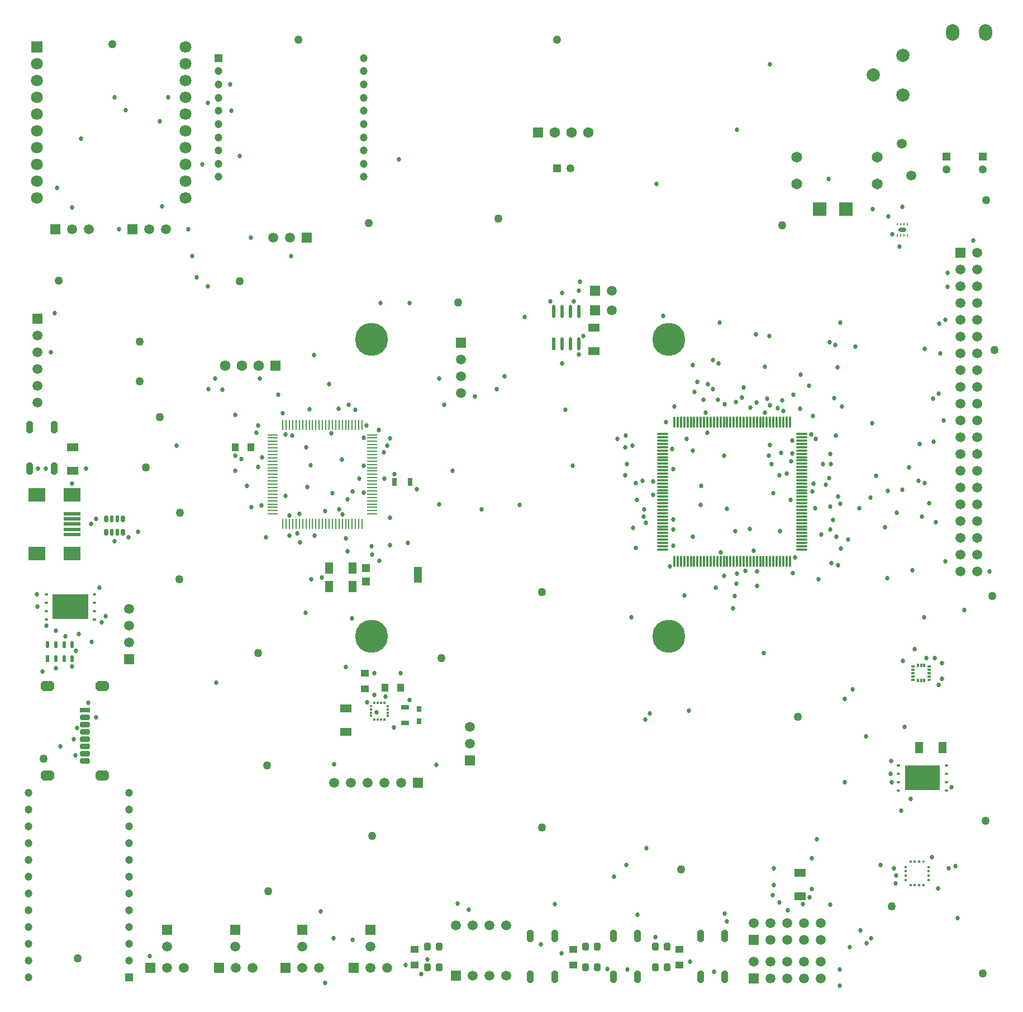
<source format=gts>
%FSLAX25Y25*%
%MOIN*%
G70*
G01*
G75*
G04 Layer_Color=8388736*
%ADD10C,0.01000*%
%ADD11C,0.00689*%
%ADD12C,0.00669*%
%ADD13C,0.00827*%
%ADD14C,0.01575*%
%ADD15C,0.00787*%
%ADD16O,0.07087X0.01181*%
%ADD17O,0.01181X0.07087*%
%ADD18R,0.04921X0.06693*%
%ADD19R,0.09843X0.07874*%
%ADD20R,0.09843X0.01969*%
%ADD21O,0.04724X0.02362*%
%ADD22R,0.00984X0.01378*%
%ADD23O,0.00984X0.01378*%
%ADD24R,0.04724X0.04724*%
%ADD25R,0.04724X0.09449*%
G04:AMPARAMS|DCode=26|XSize=70.87mil|YSize=43.31mil|CornerRadius=0mil|HoleSize=0mil|Usage=FLASHONLY|Rotation=270.000|XOffset=0mil|YOffset=0mil|HoleType=Round|Shape=Octagon|*
%AMOCTAGOND26*
4,1,8,-0.01083,-0.03543,0.01083,-0.03543,0.02165,-0.02461,0.02165,0.02461,0.01083,0.03543,-0.01083,0.03543,-0.02165,0.02461,-0.02165,-0.02461,-0.01083,-0.03543,0.0*
%
%ADD26OCTAGOND26*%

%ADD27R,0.05118X0.04134*%
%ADD28R,0.04134X0.05118*%
G04:AMPARAMS|DCode=29|XSize=39.37mil|YSize=25.59mil|CornerRadius=0mil|HoleSize=0mil|Usage=FLASHONLY|Rotation=270.000|XOffset=0mil|YOffset=0mil|HoleType=Round|Shape=Octagon|*
%AMOCTAGOND29*
4,1,8,-0.00640,-0.01969,0.00640,-0.01969,0.01280,-0.01329,0.01280,0.01329,0.00640,0.01969,-0.00640,0.01969,-0.01280,0.01329,-0.01280,-0.01329,-0.00640,-0.01969,0.0*
%
%ADD29OCTAGOND29*%

G04:AMPARAMS|DCode=30|XSize=39.37mil|YSize=19.69mil|CornerRadius=0mil|HoleSize=0mil|Usage=FLASHONLY|Rotation=270.000|XOffset=0mil|YOffset=0mil|HoleType=Round|Shape=Octagon|*
%AMOCTAGOND30*
4,1,8,-0.00492,-0.01969,0.00492,-0.01969,0.00984,-0.01476,0.00984,0.01476,0.00492,0.01969,-0.00492,0.01969,-0.00984,0.01476,-0.00984,-0.01476,-0.00492,-0.01969,0.0*
%
%ADD30OCTAGOND30*%

%ADD31R,0.05906X0.03150*%
G04:AMPARAMS|DCode=32|XSize=59.06mil|YSize=31.5mil|CornerRadius=0mil|HoleSize=0mil|Usage=FLASHONLY|Rotation=180.000|XOffset=0mil|YOffset=0mil|HoleType=Round|Shape=Octagon|*
%AMOCTAGOND32*
4,1,8,-0.02953,0.00787,-0.02953,-0.00787,-0.02165,-0.01575,0.02165,-0.01575,0.02953,-0.00787,0.02953,0.00787,0.02165,0.01575,-0.02165,0.01575,-0.02953,0.00787,0.0*
%
%ADD32OCTAGOND32*%

G04:AMPARAMS|DCode=33|XSize=78.74mil|YSize=57.09mil|CornerRadius=0mil|HoleSize=0mil|Usage=FLASHONLY|Rotation=180.000|XOffset=0mil|YOffset=0mil|HoleType=Round|Shape=Octagon|*
%AMOCTAGOND33*
4,1,8,-0.03937,0.01427,-0.03937,-0.01427,-0.02510,-0.02854,0.02510,-0.02854,0.03937,-0.01427,0.03937,0.01427,0.02510,0.02854,-0.02510,0.02854,-0.03937,0.01427,0.0*
%
%ADD33OCTAGOND33*%

G04:AMPARAMS|DCode=34|XSize=47.24mil|YSize=39.37mil|CornerRadius=0mil|HoleSize=0mil|Usage=FLASHONLY|Rotation=90.000|XOffset=0mil|YOffset=0mil|HoleType=Round|Shape=Octagon|*
%AMOCTAGOND34*
4,1,8,0.00984,0.02362,-0.00984,0.02362,-0.01969,0.01378,-0.01969,-0.01378,-0.00984,-0.02362,0.00984,-0.02362,0.01969,-0.01378,0.01969,0.01378,0.00984,0.02362,0.0*
%
%ADD34OCTAGOND34*%

%ADD35O,0.02087X0.07795*%
%ADD36R,0.02087X0.07795*%
%ADD37O,0.06102X0.00984*%
%ADD38O,0.00984X0.06102*%
%ADD39O,0.01772X0.01181*%
%ADD40R,0.01772X0.01181*%
%ADD41R,0.01181X0.01772*%
%ADD42R,0.02165X0.04134*%
%ADD43O,0.02165X0.04134*%
%ADD44R,0.01969X0.01575*%
%ADD45O,0.01969X0.01575*%
%ADD46O,0.02232X0.01181*%
%ADD47R,0.02232X0.01181*%
%ADD48R,0.01181X0.02232*%
%ADD49O,0.01181X0.01575*%
%ADD50R,0.01181X0.01575*%
%ADD51R,0.01575X0.01181*%
%ADD52R,0.07874X0.07874*%
%ADD53R,0.06693X0.04921*%
%ADD54R,0.03150X0.04724*%
%ADD55R,0.03150X0.03543*%
%ADD56R,0.04724X0.03150*%
%ADD57C,0.00650*%
%ADD58C,0.01969*%
%ADD59C,0.02362*%
%ADD60R,0.23000X0.17000*%
%ADD61R,0.05906X0.05906*%
%ADD62C,0.05906*%
%ADD63R,0.04724X0.04724*%
%ADD64C,0.04724*%
%ADD65C,0.07087*%
%ADD66R,0.07087X0.07087*%
%ADD67R,0.05906X0.05906*%
%ADD68C,0.06496*%
%ADD69R,0.06299X0.06299*%
%ADD70C,0.06299*%
%ADD71O,0.07874X0.09843*%
%ADD72C,0.07874*%
%ADD73R,0.04921X0.04921*%
%ADD74C,0.04921*%
%ADD75R,0.04921X0.04921*%
%ADD76C,0.19685*%
%ADD77C,0.02701*%
%ADD78C,0.05000*%
%ADD79C,0.03937*%
%ADD80C,0.07874*%
%ADD81C,0.02756*%
%ADD82C,0.02953*%
%ADD83C,0.05394*%
%ADD84R,0.02756X0.03150*%
%ADD85R,0.19685X0.28543*%
%ADD86R,0.08268X0.05118*%
%ADD87O,0.08268X0.05118*%
%ADD88R,0.23622X0.07874*%
%ADD89R,0.25598X0.30299*%
%ADD90R,0.04685X0.09055*%
G04:AMPARAMS|DCode=91|XSize=39.37mil|YSize=25.59mil|CornerRadius=0mil|HoleSize=0mil|Usage=FLASHONLY|Rotation=0.000|XOffset=0mil|YOffset=0mil|HoleType=Round|Shape=Octagon|*
%AMOCTAGOND91*
4,1,8,0.01969,-0.00640,0.01969,0.00640,0.01329,0.01280,-0.01329,0.01280,-0.01969,0.00640,-0.01969,-0.00640,-0.01329,-0.01280,0.01329,-0.01280,0.01969,-0.00640,0.0*
%
%ADD91OCTAGOND91*%

G04:AMPARAMS|DCode=92|XSize=39.37mil|YSize=19.69mil|CornerRadius=0mil|HoleSize=0mil|Usage=FLASHONLY|Rotation=0.000|XOffset=0mil|YOffset=0mil|HoleType=Round|Shape=Octagon|*
%AMOCTAGOND92*
4,1,8,0.01969,-0.00492,0.01969,0.00492,0.01476,0.00984,-0.01476,0.00984,-0.01969,0.00492,-0.01969,-0.00492,-0.01476,-0.00984,0.01476,-0.00984,0.01969,-0.00492,0.0*
%
%ADD92OCTAGOND92*%

%ADD93O,0.04095X0.01969*%
%ADD94R,0.04095X0.01969*%
%ADD95R,0.11000X0.15000*%
%ADD96C,0.04921*%
%ADD97C,0.00984*%
%ADD98C,0.00394*%
%ADD99C,0.00197*%
%ADD100C,0.00800*%
%ADD101C,0.00591*%
%ADD102R,0.21300X0.15037*%
%ADD103R,0.21000X0.15000*%
D16*
X384850Y263165D02*
D03*
Y265134D02*
D03*
Y267102D02*
D03*
Y269071D02*
D03*
Y271039D02*
D03*
Y273008D02*
D03*
Y274976D02*
D03*
Y276945D02*
D03*
Y278913D02*
D03*
Y280882D02*
D03*
Y282850D02*
D03*
Y284819D02*
D03*
Y286787D02*
D03*
Y288756D02*
D03*
Y290724D02*
D03*
Y292693D02*
D03*
Y294661D02*
D03*
Y296630D02*
D03*
Y298598D02*
D03*
Y300567D02*
D03*
Y302535D02*
D03*
Y304504D02*
D03*
Y306472D02*
D03*
Y308441D02*
D03*
Y310409D02*
D03*
Y312378D02*
D03*
Y314346D02*
D03*
Y316315D02*
D03*
Y318283D02*
D03*
Y320252D02*
D03*
Y322220D02*
D03*
Y324189D02*
D03*
Y326157D02*
D03*
Y328126D02*
D03*
Y330094D02*
D03*
Y332063D02*
D03*
X467921D02*
D03*
Y330094D02*
D03*
Y328126D02*
D03*
Y326157D02*
D03*
Y324189D02*
D03*
Y322220D02*
D03*
Y320252D02*
D03*
Y318283D02*
D03*
Y316315D02*
D03*
Y314346D02*
D03*
Y312378D02*
D03*
Y310409D02*
D03*
Y308441D02*
D03*
Y306472D02*
D03*
Y304504D02*
D03*
Y302535D02*
D03*
Y300567D02*
D03*
Y298598D02*
D03*
Y296630D02*
D03*
Y294661D02*
D03*
Y292693D02*
D03*
Y290724D02*
D03*
Y288756D02*
D03*
Y286787D02*
D03*
Y284819D02*
D03*
Y282850D02*
D03*
Y280882D02*
D03*
Y278913D02*
D03*
Y276945D02*
D03*
Y274976D02*
D03*
Y273008D02*
D03*
Y271039D02*
D03*
Y269071D02*
D03*
Y267102D02*
D03*
Y265134D02*
D03*
Y263165D02*
D03*
D17*
X391937Y339149D02*
D03*
X393905D02*
D03*
X395874D02*
D03*
X397842D02*
D03*
X399811D02*
D03*
X401779D02*
D03*
X403748D02*
D03*
X405716D02*
D03*
X407685D02*
D03*
X409653D02*
D03*
X411622D02*
D03*
X413590D02*
D03*
X415559D02*
D03*
X417527D02*
D03*
X419496D02*
D03*
X421464D02*
D03*
X423433D02*
D03*
X425401D02*
D03*
X427370D02*
D03*
X429338D02*
D03*
X431307D02*
D03*
X433275D02*
D03*
X435244D02*
D03*
X437212D02*
D03*
X439181D02*
D03*
X441149D02*
D03*
X443118D02*
D03*
X445086D02*
D03*
X447055D02*
D03*
X449023D02*
D03*
X450992D02*
D03*
X452960D02*
D03*
X454929D02*
D03*
X456897D02*
D03*
X458866D02*
D03*
X460835D02*
D03*
Y256079D02*
D03*
X458866D02*
D03*
X456897D02*
D03*
X454929D02*
D03*
X452960D02*
D03*
X450992D02*
D03*
X449023D02*
D03*
X447055D02*
D03*
X445086D02*
D03*
X443118D02*
D03*
X441149D02*
D03*
X439181D02*
D03*
X437212D02*
D03*
X435244D02*
D03*
X433275D02*
D03*
X431307D02*
D03*
X429338D02*
D03*
X427370D02*
D03*
X425401D02*
D03*
X423433D02*
D03*
X421464D02*
D03*
X419496D02*
D03*
X417527D02*
D03*
X415559D02*
D03*
X413590D02*
D03*
X411622D02*
D03*
X409653D02*
D03*
X407685D02*
D03*
X405716D02*
D03*
X403748D02*
D03*
X401779D02*
D03*
X399811D02*
D03*
X397842D02*
D03*
X395874D02*
D03*
X393905D02*
D03*
X391937D02*
D03*
D18*
X199993Y240998D02*
D03*
X186017D02*
D03*
X199994Y251998D02*
D03*
X186017D02*
D03*
X538012Y145000D02*
D03*
X551988D02*
D03*
D19*
X11437Y295819D02*
D03*
Y260780D02*
D03*
X32697Y295819D02*
D03*
Y260780D02*
D03*
D20*
Y284598D02*
D03*
Y281449D02*
D03*
Y278299D02*
D03*
Y275150D02*
D03*
Y272000D02*
D03*
D21*
X528000Y453851D02*
D03*
D22*
X525047Y450602D02*
D03*
D23*
X527016D02*
D03*
X528984D02*
D03*
X530953D02*
D03*
X525047Y457098D02*
D03*
X527016D02*
D03*
X528984D02*
D03*
X530953D02*
D03*
D24*
X207887Y252053D02*
D03*
Y244179D02*
D03*
D25*
X238989Y248116D02*
D03*
D26*
X22000Y336000D02*
D03*
X7433D02*
D03*
X22000Y311591D02*
D03*
X7433D02*
D03*
X407500Y8500D02*
D03*
X422067D02*
D03*
X407500Y32910D02*
D03*
X422067D02*
D03*
X355500Y8500D02*
D03*
X370067D02*
D03*
X355500Y32910D02*
D03*
X370067D02*
D03*
X306000Y8500D02*
D03*
X320567D02*
D03*
X306000Y32910D02*
D03*
X320567D02*
D03*
D27*
X237000Y15624D02*
D03*
Y24876D02*
D03*
X207382Y189508D02*
D03*
Y180256D02*
D03*
X395000Y15624D02*
D03*
Y24876D02*
D03*
X331500D02*
D03*
Y15624D02*
D03*
D28*
X129879Y323998D02*
D03*
X139131D02*
D03*
X228508Y180882D02*
D03*
X219256D02*
D03*
D29*
X62902Y281319D02*
D03*
X52862D02*
D03*
X62902Y273445D02*
D03*
X52862D02*
D03*
D30*
X59457Y281319D02*
D03*
X56307D02*
D03*
X59457Y273445D02*
D03*
X56307D02*
D03*
D31*
X40311Y167315D02*
D03*
D32*
Y162984D02*
D03*
Y158654D02*
D03*
Y154323D02*
D03*
Y149992D02*
D03*
Y145661D02*
D03*
Y141331D02*
D03*
Y137000D02*
D03*
D33*
X50547Y128500D02*
D03*
Y181886D02*
D03*
X17870Y128500D02*
D03*
Y181886D02*
D03*
D34*
X251543Y14148D02*
D03*
X244457Y26352D02*
D03*
X251543D02*
D03*
X244457Y14148D02*
D03*
X387543D02*
D03*
X380457Y26352D02*
D03*
X387543D02*
D03*
X380457Y14148D02*
D03*
X346043D02*
D03*
X338957Y26353D02*
D03*
X346043D02*
D03*
X338957Y14148D02*
D03*
D35*
X335000Y405252D02*
D03*
X330000D02*
D03*
X325000D02*
D03*
X320000D02*
D03*
X335000Y385843D02*
D03*
X330000D02*
D03*
X325000D02*
D03*
D36*
X320000D02*
D03*
D37*
X211631Y331620D02*
D03*
Y329651D02*
D03*
Y327683D02*
D03*
Y325714D02*
D03*
Y323746D02*
D03*
Y321778D02*
D03*
Y319809D02*
D03*
Y317841D02*
D03*
Y315872D02*
D03*
Y313903D02*
D03*
Y311935D02*
D03*
Y309966D02*
D03*
Y307998D02*
D03*
Y306030D02*
D03*
Y304061D02*
D03*
Y302093D02*
D03*
Y300124D02*
D03*
Y298155D02*
D03*
Y296187D02*
D03*
Y294218D02*
D03*
Y292250D02*
D03*
Y290282D02*
D03*
Y288313D02*
D03*
Y286345D02*
D03*
Y284376D02*
D03*
X152379D02*
D03*
Y286345D02*
D03*
Y288313D02*
D03*
Y290282D02*
D03*
Y292250D02*
D03*
Y294218D02*
D03*
Y296187D02*
D03*
Y298155D02*
D03*
Y300124D02*
D03*
Y302093D02*
D03*
Y304061D02*
D03*
Y306030D02*
D03*
Y307998D02*
D03*
Y309966D02*
D03*
Y311935D02*
D03*
Y313903D02*
D03*
Y315872D02*
D03*
Y317841D02*
D03*
Y319809D02*
D03*
Y321778D02*
D03*
Y323746D02*
D03*
Y325714D02*
D03*
Y327683D02*
D03*
Y329651D02*
D03*
Y331620D02*
D03*
D38*
X205627Y278372D02*
D03*
X203659D02*
D03*
X201690D02*
D03*
X199722D02*
D03*
X197753D02*
D03*
X195785D02*
D03*
X193816D02*
D03*
X191848D02*
D03*
X189879D02*
D03*
X187911D02*
D03*
X185942D02*
D03*
X183974D02*
D03*
X182005D02*
D03*
X180037D02*
D03*
X178068D02*
D03*
X176100D02*
D03*
X174131D02*
D03*
X172163D02*
D03*
X170194D02*
D03*
X168226D02*
D03*
X166257D02*
D03*
X164289D02*
D03*
X162320D02*
D03*
X160352D02*
D03*
X158383D02*
D03*
Y337624D02*
D03*
X160352D02*
D03*
X162320D02*
D03*
X164289D02*
D03*
X166257D02*
D03*
X168226D02*
D03*
X170194D02*
D03*
X172163D02*
D03*
X174131D02*
D03*
X176100D02*
D03*
X178068D02*
D03*
X180037D02*
D03*
X182005D02*
D03*
X183974D02*
D03*
X185942D02*
D03*
X187911D02*
D03*
X189879D02*
D03*
X191848D02*
D03*
X193816D02*
D03*
X195785D02*
D03*
X197753D02*
D03*
X199722D02*
D03*
X201690D02*
D03*
X203659D02*
D03*
X205627D02*
D03*
D39*
X210882Y169882D02*
D03*
D40*
Y167913D02*
D03*
Y165945D02*
D03*
Y163977D02*
D03*
X220921D02*
D03*
Y165945D02*
D03*
Y167913D02*
D03*
Y169882D02*
D03*
D41*
X212949Y161909D02*
D03*
X214917D02*
D03*
X216886D02*
D03*
X218854D02*
D03*
Y171949D02*
D03*
X216886D02*
D03*
X214917D02*
D03*
X212949D02*
D03*
D42*
X18000Y198150D02*
D03*
D43*
X22921D02*
D03*
X27843D02*
D03*
X32764D02*
D03*
X18000Y206614D02*
D03*
X22921D02*
D03*
X27843D02*
D03*
X32764D02*
D03*
D44*
X45988Y221382D02*
D03*
X525630Y134500D02*
D03*
D45*
X45988Y226382D02*
D03*
Y231382D02*
D03*
Y236382D02*
D03*
X17248Y221382D02*
D03*
Y226382D02*
D03*
Y231382D02*
D03*
Y236382D02*
D03*
X525630Y129500D02*
D03*
Y124500D02*
D03*
Y119500D02*
D03*
X554370Y134500D02*
D03*
Y129500D02*
D03*
Y124500D02*
D03*
Y119500D02*
D03*
D46*
X543907Y185607D02*
D03*
D47*
Y187576D02*
D03*
Y189544D02*
D03*
Y191513D02*
D03*
Y193481D02*
D03*
X534329D02*
D03*
Y191513D02*
D03*
Y189544D02*
D03*
Y187576D02*
D03*
Y185607D02*
D03*
D48*
X541086Y194007D02*
D03*
X539118D02*
D03*
X537149D02*
D03*
Y185080D02*
D03*
X539118D02*
D03*
X541086D02*
D03*
D49*
X540500Y77000D02*
D03*
D50*
X537941D02*
D03*
X535382D02*
D03*
X532823D02*
D03*
Y63221D02*
D03*
X535382D02*
D03*
X537941D02*
D03*
X540500D02*
D03*
D51*
X529772Y73949D02*
D03*
Y71390D02*
D03*
Y68831D02*
D03*
Y66272D02*
D03*
X543551D02*
D03*
Y68831D02*
D03*
Y71390D02*
D03*
Y73949D02*
D03*
D52*
X494256Y466118D02*
D03*
X478508D02*
D03*
D53*
X344000Y395331D02*
D03*
Y381354D02*
D03*
X466786Y70439D02*
D03*
Y56463D02*
D03*
X195882Y154394D02*
D03*
Y168370D02*
D03*
X33000Y310012D02*
D03*
Y323988D02*
D03*
D54*
X234230Y303498D02*
D03*
X224781D02*
D03*
D55*
X239500Y168043D02*
D03*
Y160957D02*
D03*
D56*
X231382Y159658D02*
D03*
Y169106D02*
D03*
D61*
X172500Y449000D02*
D03*
X22500Y454000D02*
D03*
X68500D02*
D03*
X344500Y405843D02*
D03*
Y417343D02*
D03*
X439286Y7451D02*
D03*
X439286Y30450D02*
D03*
X160048Y13882D02*
D03*
X120215D02*
D03*
X200667D02*
D03*
X79382D02*
D03*
X239000Y124000D02*
D03*
D62*
X162500Y449000D02*
D03*
X152500D02*
D03*
X32500Y454000D02*
D03*
X42500D02*
D03*
X78500D02*
D03*
X88500D02*
D03*
X271500Y9250D02*
D03*
X281500D02*
D03*
X291500D02*
D03*
X261500Y39250D02*
D03*
X271500D02*
D03*
X281500D02*
D03*
X291500D02*
D03*
X354500Y405843D02*
D03*
Y417343D02*
D03*
X169882Y26382D02*
D03*
X210667D02*
D03*
X129882D02*
D03*
X89382D02*
D03*
X479286Y17450D02*
D03*
Y7451D02*
D03*
X469286Y17450D02*
D03*
Y7451D02*
D03*
X459286Y17450D02*
D03*
Y7451D02*
D03*
X449286Y17450D02*
D03*
Y7451D02*
D03*
X439286Y17450D02*
D03*
X479286Y40451D02*
D03*
Y30450D02*
D03*
X469286Y40451D02*
D03*
Y30450D02*
D03*
X459286Y40451D02*
D03*
Y30450D02*
D03*
X449286Y40451D02*
D03*
Y30450D02*
D03*
X439286Y40451D02*
D03*
X11882Y350882D02*
D03*
Y360882D02*
D03*
Y370882D02*
D03*
Y380882D02*
D03*
Y390882D02*
D03*
X572500Y250000D02*
D03*
X562500D02*
D03*
X572500Y260000D02*
D03*
X562500D02*
D03*
X572500Y270000D02*
D03*
X562500D02*
D03*
X572500Y280000D02*
D03*
X562500D02*
D03*
X572500Y290000D02*
D03*
X562500D02*
D03*
X572500Y300000D02*
D03*
X562500D02*
D03*
X572500Y310000D02*
D03*
X562500D02*
D03*
X572500Y320000D02*
D03*
X562500D02*
D03*
X572500Y330000D02*
D03*
X562500D02*
D03*
X572500Y340000D02*
D03*
X562500D02*
D03*
X572500Y350000D02*
D03*
X562500D02*
D03*
X572500Y360000D02*
D03*
X562500D02*
D03*
X572500Y370000D02*
D03*
X562500D02*
D03*
X572500Y380000D02*
D03*
X562500D02*
D03*
X572500Y390000D02*
D03*
X562500D02*
D03*
X572500Y400000D02*
D03*
X562500D02*
D03*
X572500Y410000D02*
D03*
X562500D02*
D03*
X572500Y420000D02*
D03*
X562500D02*
D03*
X572500Y430000D02*
D03*
X562500D02*
D03*
X572500Y440000D02*
D03*
X170048Y13882D02*
D03*
X180049D02*
D03*
X130215D02*
D03*
X140215D02*
D03*
X210667D02*
D03*
X220667D02*
D03*
X89382D02*
D03*
X99382D02*
D03*
X229000Y124000D02*
D03*
X219000D02*
D03*
X209000D02*
D03*
X199000D02*
D03*
X189000D02*
D03*
X264500Y356500D02*
D03*
Y366500D02*
D03*
Y376500D02*
D03*
X270000Y147500D02*
D03*
Y157500D02*
D03*
X66524Y227644D02*
D03*
Y217644D02*
D03*
Y207644D02*
D03*
X533138Y486169D02*
D03*
X527626Y505067D02*
D03*
D63*
X119929Y556169D02*
D03*
X66500Y8000D02*
D03*
D64*
X119929Y548295D02*
D03*
Y540421D02*
D03*
Y532547D02*
D03*
Y524673D02*
D03*
Y516799D02*
D03*
Y508925D02*
D03*
Y501051D02*
D03*
Y493177D02*
D03*
Y485303D02*
D03*
X206543Y556169D02*
D03*
Y548295D02*
D03*
Y540421D02*
D03*
Y532547D02*
D03*
Y524673D02*
D03*
Y516799D02*
D03*
Y508925D02*
D03*
Y501051D02*
D03*
Y493177D02*
D03*
Y485303D02*
D03*
X66500Y18000D02*
D03*
Y28000D02*
D03*
Y38000D02*
D03*
Y48000D02*
D03*
Y58000D02*
D03*
Y68000D02*
D03*
Y78000D02*
D03*
Y88000D02*
D03*
Y98000D02*
D03*
Y108000D02*
D03*
Y118000D02*
D03*
X6500Y8000D02*
D03*
Y18000D02*
D03*
Y28000D02*
D03*
Y38000D02*
D03*
Y48000D02*
D03*
Y58000D02*
D03*
Y68000D02*
D03*
Y78000D02*
D03*
Y88000D02*
D03*
Y98000D02*
D03*
Y108000D02*
D03*
Y118000D02*
D03*
D65*
X100319Y472736D02*
D03*
Y482736D02*
D03*
Y492736D02*
D03*
Y502736D02*
D03*
Y512736D02*
D03*
Y522736D02*
D03*
Y532736D02*
D03*
Y542736D02*
D03*
Y552736D02*
D03*
Y562736D02*
D03*
X11736Y472736D02*
D03*
Y482736D02*
D03*
Y492736D02*
D03*
Y502736D02*
D03*
Y512736D02*
D03*
Y522736D02*
D03*
Y532736D02*
D03*
Y542736D02*
D03*
Y552736D02*
D03*
D66*
Y562736D02*
D03*
D67*
X261500Y9250D02*
D03*
X169882Y36382D02*
D03*
X210667D02*
D03*
X129882D02*
D03*
X89382D02*
D03*
X11882Y400882D02*
D03*
X562500Y440000D02*
D03*
X264500Y386500D02*
D03*
X270000Y137500D02*
D03*
X66524Y197644D02*
D03*
D68*
X512897Y481118D02*
D03*
X464866D02*
D03*
Y497118D02*
D03*
X512897D02*
D03*
D69*
X153921Y372882D02*
D03*
X310547Y511788D02*
D03*
D70*
X143921Y372882D02*
D03*
X133921D02*
D03*
X123921D02*
D03*
X340547Y511788D02*
D03*
X330547D02*
D03*
X320547D02*
D03*
D71*
X558039Y571618D02*
D03*
X577724D02*
D03*
D72*
X528382Y557838D02*
D03*
Y534216D02*
D03*
X510665Y546028D02*
D03*
D73*
X575882Y497555D02*
D03*
X554109Y497583D02*
D03*
D74*
X575882Y489681D02*
D03*
X554109Y489709D02*
D03*
X329819Y490382D02*
D03*
D75*
X321945D02*
D03*
D76*
X388583Y388583D02*
D03*
Y211417D02*
D03*
X211417Y388583D02*
D03*
Y211417D02*
D03*
D77*
X191500Y347000D02*
D03*
X175000Y313500D02*
D03*
X14843Y190524D02*
D03*
X42382Y171782D02*
D03*
X118482Y183882D02*
D03*
X17248Y217782D02*
D03*
X139682Y288382D02*
D03*
X168182Y284607D02*
D03*
X180982Y47482D02*
D03*
X231467Y15582D02*
D03*
X249882Y134882D02*
D03*
X177282Y271482D02*
D03*
X206482Y296982D02*
D03*
X213000Y189482D02*
D03*
X228508D02*
D03*
X40782Y311512D02*
D03*
X129879Y319282D02*
D03*
X32744Y467144D02*
D03*
X129879Y309982D02*
D03*
X143582Y312482D02*
D03*
X129879Y343579D02*
D03*
X208282Y337282D02*
D03*
X176982Y379141D02*
D03*
X472474Y55951D02*
D03*
X473982Y60951D02*
D03*
Y79282D02*
D03*
X545500Y79682D02*
D03*
X549590Y182374D02*
D03*
X367382Y276282D02*
D03*
X391182Y265582D02*
D03*
X391231Y274976D02*
D03*
X379182Y295882D02*
D03*
X407482Y289882D02*
D03*
X390482Y323082D02*
D03*
X434368Y250458D02*
D03*
X491082Y290582D02*
D03*
X450814Y296882D02*
D03*
X449782Y314282D02*
D03*
X429182Y513382D02*
D03*
X440710Y391606D02*
D03*
X462282Y320582D02*
D03*
X25589Y145661D02*
D03*
X32500Y193364D02*
D03*
X36606Y212882D02*
D03*
X48782Y240382D02*
D03*
X136878Y301182D02*
D03*
X181500Y246500D02*
D03*
X241000Y10000D02*
D03*
X189000Y135282D02*
D03*
X244457Y18882D02*
D03*
X324715Y22500D02*
D03*
X197017Y292992D02*
D03*
X224682Y157158D02*
D03*
X238218Y299282D02*
D03*
X32500Y302500D02*
D03*
X145986Y318282D02*
D03*
X19882Y380882D02*
D03*
X172298Y323998D02*
D03*
X64482Y525182D02*
D03*
X57982Y532682D02*
D03*
X335000Y379300D02*
D03*
X391982Y348482D02*
D03*
X401208Y17450D02*
D03*
X451182Y72982D02*
D03*
X462564Y249000D02*
D03*
X403079Y270882D02*
D03*
X436882Y275523D02*
D03*
X484782Y51482D02*
D03*
X524000Y64012D02*
D03*
X515000Y75000D02*
D03*
X529130Y157434D02*
D03*
X535149Y203882D02*
D03*
X551482Y195481D02*
D03*
X399382Y328982D02*
D03*
X454482Y307582D02*
D03*
X448882Y325626D02*
D03*
X411622Y332832D02*
D03*
X549982Y397682D02*
D03*
X554982Y419682D02*
D03*
X555000Y428000D02*
D03*
X510276Y466118D02*
D03*
X550564Y380000D02*
D03*
X553500Y400264D02*
D03*
X522000Y451000D02*
D03*
X526382Y443960D02*
D03*
X381182Y481182D02*
D03*
X234000Y410000D02*
D03*
X216500D02*
D03*
X145482Y289553D02*
D03*
X523000Y73000D02*
D03*
X524282Y68831D02*
D03*
X449000Y552500D02*
D03*
X521500Y124500D02*
D03*
X521264Y137000D02*
D03*
X11782Y229000D02*
D03*
X50168Y219832D02*
D03*
X28500Y211500D02*
D03*
X167000Y272700D02*
D03*
X194000Y284000D02*
D03*
X218500Y321000D02*
D03*
X220500Y325000D02*
D03*
X380482Y32000D02*
D03*
X34500Y140500D02*
D03*
X33500Y150000D02*
D03*
X46984Y162984D02*
D03*
X219500Y175500D02*
D03*
X57864Y268000D02*
D03*
X44000Y278500D02*
D03*
X47000Y281500D02*
D03*
X441149Y250000D02*
D03*
X475000Y302500D02*
D03*
X555500Y73000D02*
D03*
X551500Y186264D02*
D03*
X561000Y43500D02*
D03*
X215782Y256582D02*
D03*
X233000Y267032D02*
D03*
X79082Y20882D02*
D03*
X200082Y30382D02*
D03*
X262500Y52000D02*
D03*
X269182Y48382D02*
D03*
X199682Y222282D02*
D03*
X195882Y192982D02*
D03*
X441149Y241582D02*
D03*
X379182Y303682D02*
D03*
X386782Y338995D02*
D03*
X459032Y308532D02*
D03*
X464082Y258382D02*
D03*
X446082Y344782D02*
D03*
X546282Y353282D02*
D03*
X570382Y447382D02*
D03*
X528000Y467500D02*
D03*
X403782Y357082D02*
D03*
X405748Y363256D02*
D03*
X433382Y359882D02*
D03*
X453482Y347582D02*
D03*
X418382Y374082D02*
D03*
X519725Y461775D02*
D03*
X337598Y390598D02*
D03*
X423433Y287614D02*
D03*
X474382Y297932D02*
D03*
X508982Y294182D02*
D03*
X512182Y307082D02*
D03*
X482432Y301632D02*
D03*
X524682Y285241D02*
D03*
X533982Y250782D02*
D03*
X484927Y274976D02*
D03*
X547400Y198382D02*
D03*
X495582Y269182D02*
D03*
X518782Y245982D02*
D03*
X528282Y196882D02*
D03*
X542382Y198626D02*
D03*
X377382Y165451D02*
D03*
X34782Y202682D02*
D03*
X211382Y264982D02*
D03*
X16882Y311582D02*
D03*
X133482Y317282D02*
D03*
X35482Y156682D02*
D03*
X11482Y236382D02*
D03*
X22921Y214921D02*
D03*
X44382Y208082D02*
D03*
X197082Y261982D02*
D03*
X52682Y223382D02*
D03*
X72082Y273882D02*
D03*
X193482Y316882D02*
D03*
X195785Y269785D02*
D03*
X476182Y329182D02*
D03*
X462182Y328126D02*
D03*
X546682Y327482D02*
D03*
X548082Y279382D02*
D03*
X473682Y331946D02*
D03*
X467082Y346982D02*
D03*
X549582Y356182D02*
D03*
X579882Y250000D02*
D03*
X480582Y314282D02*
D03*
X461582Y315882D02*
D03*
X537582Y304182D02*
D03*
X485282Y314282D02*
D03*
X538282Y326282D02*
D03*
X485082Y320182D02*
D03*
X491882Y348382D02*
D03*
X484363Y305691D02*
D03*
X422082Y349682D02*
D03*
X488282Y331232D02*
D03*
X445782Y372082D02*
D03*
X448182Y319282D02*
D03*
X421464D02*
D03*
X455682Y320682D02*
D03*
X417905Y352556D02*
D03*
X531882Y311982D02*
D03*
X499812Y384082D02*
D03*
X414971Y358821D02*
D03*
X541182Y302682D02*
D03*
Y382932D02*
D03*
X411982Y361782D02*
D03*
X487882Y385082D02*
D03*
X527982Y298782D02*
D03*
X509782Y338532D02*
D03*
X410482Y344782D02*
D03*
X544082Y290782D02*
D03*
X409131Y352432D02*
D03*
X519132Y298244D02*
D03*
X484521Y386682D02*
D03*
X418782Y398582D02*
D03*
X490782D02*
D03*
X539682Y282818D02*
D03*
X385182Y402582D02*
D03*
X553682Y256082D02*
D03*
X449023Y349115D02*
D03*
X467386Y367478D02*
D03*
X487337Y353437D02*
D03*
X474482Y342782D02*
D03*
X456897Y345905D02*
D03*
X448682Y390382D02*
D03*
X462882Y355482D02*
D03*
X472382Y360682D02*
D03*
X456282Y351982D02*
D03*
X428482Y351275D02*
D03*
X552482Y340000D02*
D03*
X325000Y374253D02*
D03*
X428282Y274282D02*
D03*
X450500Y57000D02*
D03*
X454782Y274282D02*
D03*
X485682Y255282D02*
D03*
X312182Y27882D02*
D03*
X397842Y235842D02*
D03*
X355882Y68082D02*
D03*
X363382Y75282D02*
D03*
X320567Y51682D02*
D03*
X375182Y85282D02*
D03*
X370067Y45307D02*
D03*
X422067Y46082D02*
D03*
X477970Y245552D02*
D03*
X439181Y262582D02*
D03*
X445382Y201582D02*
D03*
X451182Y62982D02*
D03*
X429082Y242682D02*
D03*
X454582Y52782D02*
D03*
X374482Y161782D02*
D03*
X389182Y252982D02*
D03*
X419496Y261582D02*
D03*
X208582Y172082D02*
D03*
X317982Y410982D02*
D03*
X212949Y176482D02*
D03*
X191882Y287182D02*
D03*
X302482Y401782D02*
D03*
X325000Y416182D02*
D03*
X199982Y297782D02*
D03*
X373082Y304282D02*
D03*
X206482Y312982D02*
D03*
X331182D02*
D03*
X363082Y330982D02*
D03*
X366804Y324989D02*
D03*
X206582Y329682D02*
D03*
X362712Y324082D02*
D03*
X357982Y329182D02*
D03*
X222382Y329482D02*
D03*
X201690Y346482D02*
D03*
X326882D02*
D03*
X203782Y305582D02*
D03*
X368882Y302882D02*
D03*
X259582Y310082D02*
D03*
X197753Y349482D02*
D03*
X254582D02*
D03*
X391182Y311082D02*
D03*
X224782Y308082D02*
D03*
X369582Y292782D02*
D03*
X218882Y305482D02*
D03*
X362632Y307432D02*
D03*
X215582Y334382D02*
D03*
X363533Y314232D02*
D03*
X486632Y280882D02*
D03*
X517482Y276445D02*
D03*
X502282Y287782D02*
D03*
X489532Y294782D02*
D03*
X506382Y151882D02*
D03*
X491182Y263750D02*
D03*
X540982Y222882D02*
D03*
X488510Y270671D02*
D03*
X557205Y121500D02*
D03*
X520782Y129500D02*
D03*
X479482Y272182D02*
D03*
X527179Y107382D02*
D03*
X532823Y114523D02*
D03*
X461382Y292693D02*
D03*
X493582Y124482D02*
D03*
X489482Y253682D02*
D03*
X483782Y484082D02*
D03*
X402882Y322182D02*
D03*
X86382Y467882D02*
D03*
X60482Y454000D02*
D03*
X84882Y518482D02*
D03*
X118082Y364982D02*
D03*
X101900Y454000D02*
D03*
X104232Y438269D02*
D03*
X110182Y492873D02*
D03*
X37982Y508182D02*
D03*
X89882Y532736D02*
D03*
X107082Y425418D02*
D03*
X113482Y419982D02*
D03*
Y529573D02*
D03*
X183682Y286282D02*
D03*
X23492Y478882D02*
D03*
X484982Y288682D02*
D03*
X559582Y74582D02*
D03*
X564882Y226982D02*
D03*
X476082Y287782D02*
D03*
X144756Y365008D02*
D03*
X335000Y417343D02*
D03*
X331982Y410982D02*
D03*
X122282Y358482D02*
D03*
X159882Y331682D02*
D03*
X143482Y337282D02*
D03*
X155525Y355382D02*
D03*
X114082Y358882D02*
D03*
X158383Y344382D02*
D03*
X174131Y346632D02*
D03*
X285782Y358782D02*
D03*
X12191Y311591D02*
D03*
X22182Y404282D02*
D03*
X172905Y300382D02*
D03*
X188582Y31382D02*
D03*
X183682Y4782D02*
D03*
X432282Y353682D02*
D03*
X414782Y376044D02*
D03*
X437382Y347882D02*
D03*
X440858Y350782D02*
D03*
X368982Y264282D02*
D03*
X403082Y373189D02*
D03*
X459582Y48082D02*
D03*
X493582Y174082D02*
D03*
X421464Y247600D02*
D03*
X429338Y248947D02*
D03*
X496482Y26182D02*
D03*
X498432Y179798D02*
D03*
X400482Y167182D02*
D03*
X468482Y51782D02*
D03*
X477082Y90582D02*
D03*
X549182Y60982D02*
D03*
X22882Y192479D02*
D03*
X214319Y165982D02*
D03*
X233982Y173582D02*
D03*
X142582Y332766D02*
D03*
X447382Y353082D02*
D03*
X489182Y371882D02*
D03*
X509282Y31382D02*
D03*
X175382Y245482D02*
D03*
X171782Y225482D02*
D03*
X366182Y222882D02*
D03*
X428082Y235582D02*
D03*
X423282Y41482D02*
D03*
X187182Y332382D02*
D03*
X276882Y286982D02*
D03*
X373882D02*
D03*
X272782Y354482D02*
D03*
X251682Y290082D02*
D03*
X187982Y296882D02*
D03*
X251682Y365182D02*
D03*
X373582Y282882D02*
D03*
X299582Y289882D02*
D03*
X185942Y361782D02*
D03*
X290482Y366500D02*
D03*
X391166Y281266D02*
D03*
X222282Y282182D02*
D03*
X374822Y279222D02*
D03*
X222211Y265832D02*
D03*
X66382Y270382D02*
D03*
X148282D02*
D03*
X163782Y331082D02*
D03*
X95082Y325182D02*
D03*
X139264Y449000D02*
D03*
X126882Y540421D02*
D03*
X159782Y295282D02*
D03*
X162282Y283482D02*
D03*
X163382Y438082D02*
D03*
X408082Y300982D02*
D03*
X415585Y11379D02*
D03*
X426982Y228182D02*
D03*
X416582Y240582D02*
D03*
X490582Y12782D02*
D03*
X502982Y36182D02*
D03*
X351982Y13182D02*
D03*
X363782Y12682D02*
D03*
X490582Y3182D02*
D03*
X506500Y28500D02*
D03*
X168577Y267598D02*
D03*
X211537Y260227D02*
D03*
X162382Y271582D02*
D03*
X132582Y497882D02*
D03*
X127682Y524673D02*
D03*
X227582Y495761D02*
D03*
X335500Y422843D02*
D03*
D78*
X253000Y198500D02*
D03*
X262903Y410500D02*
D03*
X581500Y235500D02*
D03*
X578000Y471500D02*
D03*
X583000Y382000D02*
D03*
X577500Y101470D02*
D03*
X576000Y10351D02*
D03*
X521497Y50500D02*
D03*
X396000Y72500D02*
D03*
X465532Y163329D02*
D03*
X313000Y237912D02*
D03*
Y97500D02*
D03*
X211500Y92500D02*
D03*
X15500Y138500D02*
D03*
X35880Y19500D02*
D03*
X149500Y59500D02*
D03*
X148940Y134500D02*
D03*
X143500Y201404D02*
D03*
X96500Y245500D02*
D03*
X97000Y285000D02*
D03*
X76500Y312000D02*
D03*
X85000Y342000D02*
D03*
X73000Y363500D02*
D03*
X72941Y387000D02*
D03*
X132500Y423000D02*
D03*
X24500Y423500D02*
D03*
X209500Y457744D02*
D03*
X287000Y460500D02*
D03*
X456317Y456500D02*
D03*
X322000Y567000D02*
D03*
X167500Y567148D02*
D03*
X56500Y564500D02*
D03*
D102*
X31650Y228982D02*
D03*
D103*
X540000Y127000D02*
D03*
M02*

</source>
